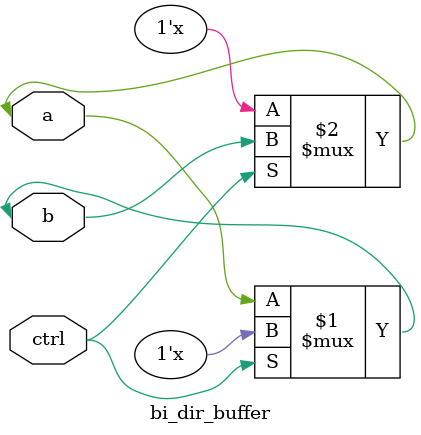
<source format=v>
module bi_dir_buffer(inout a, b, input ctrl);

bufif0 b1(b, a, ctrl);
bufif1 b2(a, b, ctrl);

endmodule

</source>
